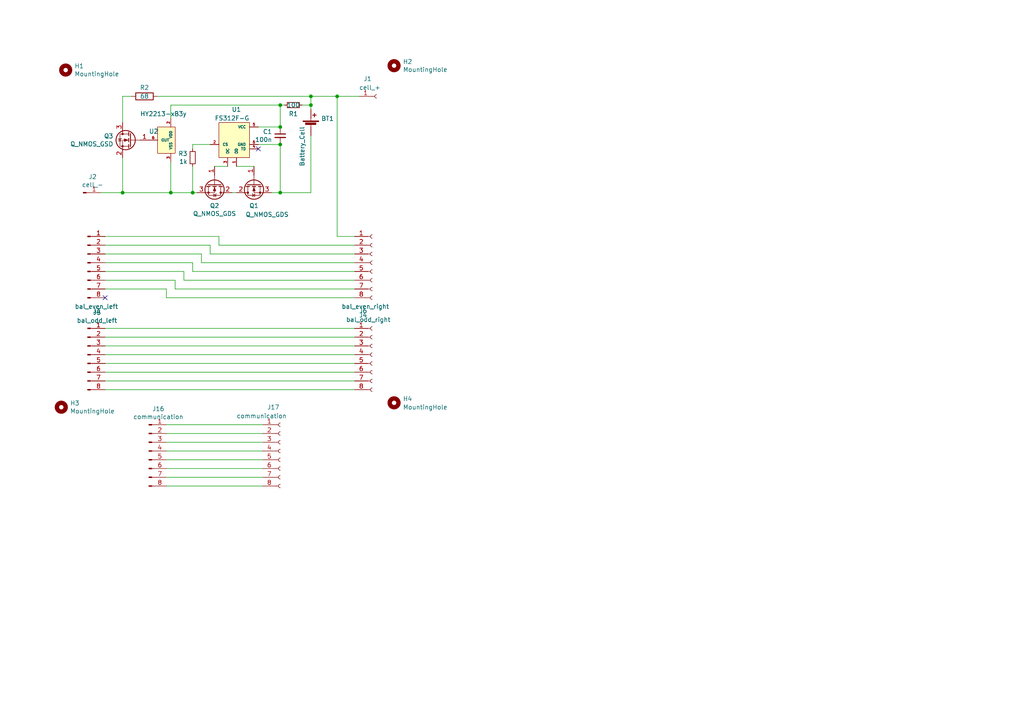
<source format=kicad_sch>
(kicad_sch (version 20230121) (generator eeschema)
  (paper "A4")
  (lib_symbols
    (symbol "Connector:Conn_01x01_Pin" (pin_names (offset 1.016) hide)
      (property "Reference" "J" (at 0 2.54 0))
      (property "Value" "Conn_01x01_Pin" (at 0 -2.54 0))
      (symbol "Conn_01x01_Pin_1_1"
        (polyline (pts (xy 1.27 0) (xy 0.8636 0)) (stroke (width 0.1524)))
        (rectangle (start 0.8636 0.127) (end 0 -0.127) (stroke (width 0.1524)) (fill (type outline)))
        (pin passive line (at 5.08 0 180) (length 3.81) (name "Pin_1") (number "1"))
      )
    )
    (symbol "Connector:Conn_01x01_Socket" (pin_names (offset 1.016) hide)
      (property "Reference" "J" (at 0 2.54 0))
      (property "Value" "Conn_01x01_Socket" (at 0 -2.54 0))
      (symbol "Conn_01x01_Socket_1_1"
        (polyline (pts (xy -1.27 0) (xy -0.508 0)) (stroke (width 0.1524)))
        (arc (start 0 0.508) (mid -0.5058 0) (end 0 -0.508) (stroke (width 0.1524)))
        (pin passive line (at -5.08 0 0) (length 3.81) (name "Pin_1") (number "1"))
      )
    )
    (symbol "Connector:Conn_01x08_Pin" (pin_names (offset 1.016) hide)
      (property "Reference" "J" (at 0 10.16 0))
      (property "Value" "Conn_01x08_Pin" (at 0 -12.7 0))
      (symbol "Conn_01x08_Pin_1_1"
        (polyline (pts (xy 1.27 -10.16) (xy 0.8636 -10.16)) (stroke (width 0.1524)))
        (polyline (pts (xy 1.27 -7.62) (xy 0.8636 -7.62)) (stroke (width 0.1524)))
        (polyline (pts (xy 1.27 -5.08) (xy 0.8636 -5.08)) (stroke (width 0.1524)))
        (polyline (pts (xy 1.27 -2.54) (xy 0.8636 -2.54)) (stroke (width 0.1524)))
        (polyline (pts (xy 1.27 0) (xy 0.8636 0)) (stroke (width 0.1524)))
        (polyline (pts (xy 1.27 2.54) (xy 0.8636 2.54)) (stroke (width 0.1524)))
        (polyline (pts (xy 1.27 5.08) (xy 0.8636 5.08)) (stroke (width 0.1524)))
        (polyline (pts (xy 1.27 7.62) (xy 0.8636 7.62)) (stroke (width 0.1524)))
        (rectangle (start 0.8636 -10.033) (end 0 -10.287) (stroke (width 0.1524)) (fill (type outline)))
        (rectangle (start 0.8636 -7.493) (end 0 -7.747) (stroke (width 0.1524)) (fill (type outline)))
        (rectangle (start 0.8636 -4.953) (end 0 -5.207) (stroke (width 0.1524)) (fill (type outline)))
        (rectangle (start 0.8636 -2.413) (end 0 -2.667) (stroke (width 0.1524)) (fill (type outline)))
        (rectangle (start 0.8636 0.127) (end 0 -0.127) (stroke (width 0.1524)) (fill (type outline)))
        (rectangle (start 0.8636 2.667) (end 0 2.413) (stroke (width 0.1524)) (fill (type outline)))
        (rectangle (start 0.8636 5.207) (end 0 4.953) (stroke (width 0.1524)) (fill (type outline)))
        (rectangle (start 0.8636 7.747) (end 0 7.493) (stroke (width 0.1524)) (fill (type outline)))
        (pin passive line (at 5.08 7.62 180) (length 3.81) (name "Pin_1") (number "1"))
        (pin passive line (at 5.08 5.08 180) (length 3.81) (name "Pin_2") (number "2"))
        (pin passive line (at 5.08 2.54 180) (length 3.81) (name "Pin_3") (number "3"))
        (pin passive line (at 5.08 0 180) (length 3.81) (name "Pin_4") (number "4"))
        (pin passive line (at 5.08 -2.54 180) (length 3.81) (name "Pin_5") (number "5"))
        (pin passive line (at 5.08 -5.08 180) (length 3.81) (name "Pin_6") (number "6"))
        (pin passive line (at 5.08 -7.62 180) (length 3.81) (name "Pin_7") (number "7"))
        (pin passive line (at 5.08 -10.16 180) (length 3.81) (name "Pin_8") (number "8"))
      )
    )
    (symbol "Connector:Conn_01x08_Socket" (pin_names (offset 1.016) hide)
      (property "Reference" "J" (at 0 10.16 0))
      (property "Value" "Conn_01x08_Socket" (at 0 -12.7 0))
      (symbol "Conn_01x08_Socket_1_1"
        (arc (start 0 -9.652) (mid -0.5058 -10.16) (end 0 -10.668) (stroke (width 0.1524)))
        (arc (start 0 -7.112) (mid -0.5058 -7.62) (end 0 -8.128) (stroke (width 0.1524)))
        (arc (start 0 -4.572) (mid -0.5058 -5.08) (end 0 -5.588) (stroke (width 0.1524)))
        (arc (start 0 -2.032) (mid -0.5058 -2.54) (end 0 -3.048) (stroke (width 0.1524)))
        (polyline (pts (xy -1.27 -10.16) (xy -0.508 -10.16)) (stroke (width 0.1524)))
        (polyline (pts (xy -1.27 -7.62) (xy -0.508 -7.62)) (stroke (width 0.1524)))
        (polyline (pts (xy -1.27 -5.08) (xy -0.508 -5.08)) (stroke (width 0.1524)))
        (polyline (pts (xy -1.27 -2.54) (xy -0.508 -2.54)) (stroke (width 0.1524)))
        (polyline (pts (xy -1.27 0) (xy -0.508 0)) (stroke (width 0.1524)))
        (polyline (pts (xy -1.27 2.54) (xy -0.508 2.54)) (stroke (width 0.1524)))
        (polyline (pts (xy -1.27 5.08) (xy -0.508 5.08)) (stroke (width 0.1524)))
        (polyline (pts (xy -1.27 7.62) (xy -0.508 7.62)) (stroke (width 0.1524)))
        (arc (start 0 0.508) (mid -0.5058 0) (end 0 -0.508) (stroke (width 0.1524)))
        (arc (start 0 3.048) (mid -0.5058 2.54) (end 0 2.032) (stroke (width 0.1524)))
        (arc (start 0 5.588) (mid -0.5058 5.08) (end 0 4.572) (stroke (width 0.1524)))
        (arc (start 0 8.128) (mid -0.5058 7.62) (end 0 7.112) (stroke (width 0.1524)))
        (pin passive line (at -5.08 7.62 0) (length 3.81) (name "Pin_1") (number "1"))
        (pin passive line (at -5.08 5.08 0) (length 3.81) (name "Pin_2") (number "2"))
        (pin passive line (at -5.08 2.54 0) (length 3.81) (name "Pin_3") (number "3"))
        (pin passive line (at -5.08 0 0) (length 3.81) (name "Pin_4") (number "4"))
        (pin passive line (at -5.08 -2.54 0) (length 3.81) (name "Pin_5") (number "5"))
        (pin passive line (at -5.08 -5.08 0) (length 3.81) (name "Pin_6") (number "6"))
        (pin passive line (at -5.08 -7.62 0) (length 3.81) (name "Pin_7") (number "7"))
        (pin passive line (at -5.08 -10.16 0) (length 3.81) (name "Pin_8") (number "8"))
      )
    )
    (symbol "Device:Battery_Cell" (pin_numbers hide) (pin_names (offset 0) hide)
      (property "Reference" "BT" (at 2.54 2.54 0))
      (property "Value" "Battery_Cell" (at 2.54 0 0))
      (symbol "Battery_Cell_0_1"
        (rectangle (start -2.286 1.778) (end 2.286 1.524) (fill (type outline)))
        (rectangle (start -1.5748 1.1938) (end 1.4732 0.6858) (fill (type outline)))
        (polyline (pts (xy 0 0.762) (xy 0 0)))
        (polyline (pts (xy 0 1.778) (xy 0 2.54)))
        (polyline (pts (xy 0.508 3.429) (xy 1.524 3.429)) (stroke (width 0.254)))
        (polyline (pts (xy 1.016 3.937) (xy 1.016 2.921)) (stroke (width 0.254)))
      )
      (symbol "Battery_Cell_1_1"
        (pin passive line (at 0 5.08 270) (length 2.54) (name "+") (number "1"))
        (pin passive line (at 0 -2.54 90) (length 2.54) (name "-") (number "2"))
      )
    )
    (symbol "Device:C_Small" (pin_numbers hide) (pin_names (offset 0.254) hide)
      (property "Reference" "C" (at 0.254 1.778 0))
      (property "Value" "C_Small" (at 0.254 -2.032 0))
      (symbol "C_Small_0_1"
        (polyline (pts (xy -1.524 -0.508) (xy 1.524 -0.508)) (stroke (width 0.3302)))
        (polyline (pts (xy -1.524 0.508) (xy 1.524 0.508)) (stroke (width 0.3048)))
      )
      (symbol "C_Small_1_1"
        (pin passive line (at 0 2.54 270) (length 2.032) (name "~") (number "1"))
        (pin passive line (at 0 -2.54 90) (length 2.032) (name "~") (number "2"))
      )
    )
    (symbol "Device:Q_NMOS_GDS" (pin_names (offset 0) hide)
      (property "Reference" "Q" (at 5.08 1.27 0))
      (property "Value" "Q_NMOS_GDS" (at 5.08 -1.27 0))
      (symbol "Q_NMOS_GDS_0_1"
        (polyline (pts (xy 0.254 0) (xy -2.54 0)))
        (polyline (pts (xy 0.254 1.905) (xy 0.254 -1.905)) (stroke (width 0.254)))
        (polyline (pts (xy 0.762 -1.27) (xy 0.762 -2.286)) (stroke (width 0.254)))
        (polyline (pts (xy 0.762 0.508) (xy 0.762 -0.508)) (stroke (width 0.254)))
        (polyline (pts (xy 0.762 2.286) (xy 0.762 1.27)) (stroke (width 0.254)))
        (polyline (pts (xy 2.54 2.54) (xy 2.54 1.778)))
        (polyline (pts (xy 2.54 -2.54) (xy 2.54 0) (xy 0.762 0)))
        (polyline (pts (xy 0.762 -1.778) (xy 3.302 -1.778) (xy 3.302 1.778) (xy 0.762 1.778)))
        (polyline (pts (xy 1.016 0) (xy 2.032 0.381) (xy 2.032 -0.381) (xy 1.016 0)) (fill (type outline)))
        (polyline (pts (xy 2.794 0.508) (xy 2.921 0.381) (xy 3.683 0.381) (xy 3.81 0.254)))
        (polyline (pts (xy 3.302 0.381) (xy 2.921 -0.254) (xy 3.683 -0.254) (xy 3.302 0.381)))
        (circle (center 1.651 0) (radius 2.794) (stroke (width 0.254)))
        (circle (center 2.54 -1.778) (radius 0.254) (fill (type outline)))
        (circle (center 2.54 1.778) (radius 0.254) (fill (type outline)))
      )
      (symbol "Q_NMOS_GDS_1_1"
        (pin input line (at -5.08 0 0) (length 2.54) (name "G") (number "1"))
        (pin passive line (at 2.54 5.08 270) (length 2.54) (name "D") (number "2"))
        (pin passive line (at 2.54 -5.08 90) (length 2.54) (name "S") (number "3"))
      )
    )
    (symbol "Device:Q_NMOS_GSD" (pin_names (offset 0) hide)
      (property "Reference" "Q" (at 5.08 1.27 0))
      (property "Value" "Q_NMOS_GSD" (at 5.08 -1.27 0))
      (symbol "Q_NMOS_GSD_0_1"
        (polyline (pts (xy 0.254 0) (xy -2.54 0)))
        (polyline (pts (xy 0.254 1.905) (xy 0.254 -1.905)) (stroke (width 0.254)))
        (polyline (pts (xy 0.762 -1.27) (xy 0.762 -2.286)) (stroke (width 0.254)))
        (polyline (pts (xy 0.762 0.508) (xy 0.762 -0.508)) (stroke (width 0.254)))
        (polyline (pts (xy 0.762 2.286) (xy 0.762 1.27)) (stroke (width 0.254)))
        (polyline (pts (xy 2.54 2.54) (xy 2.54 1.778)))
        (polyline (pts (xy 2.54 -2.54) (xy 2.54 0) (xy 0.762 0)))
        (polyline (pts (xy 0.762 -1.778) (xy 3.302 -1.778) (xy 3.302 1.778) (xy 0.762 1.778)))
        (polyline (pts (xy 1.016 0) (xy 2.032 0.381) (xy 2.032 -0.381) (xy 1.016 0)) (fill (type outline)))
        (polyline (pts (xy 2.794 0.508) (xy 2.921 0.381) (xy 3.683 0.381) (xy 3.81 0.254)))
        (polyline (pts (xy 3.302 0.381) (xy 2.921 -0.254) (xy 3.683 -0.254) (xy 3.302 0.381)))
        (circle (center 1.651 0) (radius 2.794) (stroke (width 0.254)))
        (circle (center 2.54 -1.778) (radius 0.254) (fill (type outline)))
        (circle (center 2.54 1.778) (radius 0.254) (fill (type outline)))
      )
      (symbol "Q_NMOS_GSD_1_1"
        (pin input line (at -5.08 0 0) (length 2.54) (name "G") (number "1"))
        (pin passive line (at 2.54 -5.08 90) (length 2.54) (name "S") (number "2"))
        (pin passive line (at 2.54 5.08 270) (length 2.54) (name "D") (number "3"))
      )
    )
    (symbol "Device:R" (pin_numbers hide) (pin_names (offset 0))
      (property "Reference" "R" (at 2.032 0 90))
      (property "Value" "R" (at 0 0 90))
      (symbol "R_0_1"
        (rectangle (start -1.016 -2.54) (end 1.016 2.54) (stroke (width 0.254)))
      )
      (symbol "R_1_1"
        (pin passive line (at 0 3.81 270) (length 1.27) (name "~") (number "1"))
        (pin passive line (at 0 -3.81 90) (length 1.27) (name "~") (number "2"))
      )
    )
    (symbol "Device:R_Small" (pin_numbers hide) (pin_names (offset 0.254) hide)
      (property "Reference" "R" (at 0.762 0.508 0))
      (property "Value" "R_Small" (at 0.762 -1.016 0))
      (symbol "R_Small_0_1"
        (rectangle (start -0.762 1.778) (end 0.762 -1.778) (stroke (width 0.2032)))
      )
      (symbol "R_Small_1_1"
        (pin passive line (at 0 2.54 270) (length 0.762) (name "~") (number "1"))
        (pin passive line (at 0 -2.54 90) (length 0.762) (name "~") (number "2"))
      )
    )
    (symbol "Mechanical:MountingHole" (pin_names (offset 1.016))
      (property "Reference" "H" (at 0 5.08 0))
      (property "Value" "MountingHole" (at 0 3.175 0))
      (symbol "MountingHole_0_1"
        (circle (center 0 0) (radius 1.27) (stroke (width 1.27)))
      )
    )
    (symbol "telec:FS312F-G" (pin_names (offset 1.016))
      (property "Reference" "U" (at 0 2.54 0))
      (property "Value" "FS312F-G" (at -1.27 -2.54 0))
      (symbol "FS312F-G_0_0"
        (pin output line (at -1.27 -11.43 90) (length 2.54) (name "OD") (number "1"))
        (pin input line (at 6.35 -5.08 180) (length 2.54) (name "CS") (number "2"))
        (pin output line (at 1.27 -11.43 90) (length 2.54) (name "OC") (number "3"))
        (pin input line (at -7.62 -6.35 0) (length 2.54) (name "TD") (number "4"))
        (pin power_in line (at -7.62 0 0) (length 2.54) (name "VCC") (number "5"))
        (pin power_in line (at -7.62 -5.08 0) (length 2.54) (name "GND") (number "6"))
      )
      (symbol "FS312F-G_0_1"
        (rectangle (start -5.08 1.27) (end 3.81 -8.89) (fill (type background)))
      )
    )
    (symbol "telec:HY2213-xB3y" (pin_names (offset 1.016))
      (property "Reference" "U" (at 5.08 1.27 0))
      (property "Value" "HY2213-xB3y" (at 7.62 3.81 0))
      (symbol "HY2213-xB3y_0_1"
        (rectangle (start -1.27 2.54) (end 3.81 -5.08) (fill (type background)))
      )
      (symbol "HY2213-xB3y_1_1"
        (pin no_connect line (at 10.16 -6.35 180) (length 2.54) hide (name "NC") (number "1"))
        (pin power_in line (at 0 5.08 270) (length 2.54) (name "VDD") (number "2"))
        (pin power_in line (at 0 -7.62 90) (length 2.54) (name "VSS") (number "3"))
        (pin no_connect line (at 10.16 -8.89 180) (length 2.54) hide (name "NC") (number "4"))
        (pin no_connect line (at 10.16 -11.43 180) (length 2.54) hide (name "NC") (number "5"))
        (pin output line (at 6.35 -1.27 180) (length 2.54) (name "OUT") (number "6"))
      )
    )
  )
  (junction (at 81.28 41.91))
  (junction (at 90.17 30.48))
  (junction (at 81.28 30.48))
  (junction (at 97.79 27.94))
  (junction (at 35.56 55.88))
  (junction (at 55.88 55.88))
  (junction (at 81.28 55.88))
  (junction (at 81.28 36.83))
  (junction (at 90.17 27.94))
  (junction (at 49.53 55.88))
  (no_connect (at 74.93 43.18))
  (no_connect (at 30.48 86.36))
  (wire (pts (xy 102.87 95.25) (xy 30.48 95.25)))
  (wire (pts (xy 55.88 55.88) (xy 55.88 48.26)))
  (wire (pts (xy 30.48 100.33) (xy 102.87 100.33)))
  (wire (pts (xy 38.1 27.94) (xy 35.56 27.94)))
  (wire (pts (xy 30.48 81.28) (xy 50.8 81.28)))
  (wire (pts (xy 78.74 55.88) (xy 81.28 55.88)))
  (wire (pts (xy 49.53 55.88) (xy 55.88 55.88)))
  (wire (pts (xy 30.48 107.95) (xy 102.87 107.95)))
  (wire (pts (xy 35.56 45.72) (xy 35.56 55.88)))
  (wire (pts (xy 49.53 30.48) (xy 49.53 34.29)))
  (wire (pts (xy 50.8 83.82) (xy 102.87 83.82)))
  (wire (pts (xy 55.88 76.2) (xy 55.88 78.74)))
  (wire (pts (xy 53.34 78.74) (xy 53.34 81.28)))
  (wire (pts (xy 35.56 55.88) (xy 49.53 55.88)))
  (wire (pts (xy 66.04 48.26) (xy 62.23 48.26)))
  (wire (pts (xy 30.48 78.74) (xy 53.34 78.74)))
  (wire (pts (xy 58.42 73.66) (xy 58.42 76.2)))
  (wire (pts (xy 30.48 102.87) (xy 102.87 102.87)))
  (wire (pts (xy 57.15 55.88) (xy 55.88 55.88)))
  (wire (pts (xy 63.5 68.58) (xy 63.5 71.12)))
  (wire (pts (xy 30.48 97.79) (xy 102.87 97.79)))
  (wire (pts (xy 63.5 71.12) (xy 102.87 71.12)))
  (wire (pts (xy 82.55 30.48) (xy 81.28 30.48)))
  (wire (pts (xy 30.48 76.2) (xy 55.88 76.2)))
  (wire (pts (xy 53.34 81.28) (xy 102.87 81.28)))
  (wire (pts (xy 76.2 125.73) (xy 48.26 125.73)))
  (wire (pts (xy 48.26 138.43) (xy 76.2 138.43)))
  (wire (pts (xy 30.48 73.66) (xy 58.42 73.66)))
  (wire (pts (xy 90.17 31.75) (xy 90.17 30.48)))
  (wire (pts (xy 30.48 110.49) (xy 102.87 110.49)))
  (wire (pts (xy 60.96 73.66) (xy 102.87 73.66)))
  (wire (pts (xy 48.26 123.19) (xy 76.2 123.19)))
  (wire (pts (xy 74.93 36.83) (xy 81.28 36.83)))
  (wire (pts (xy 45.72 27.94) (xy 90.17 27.94)))
  (wire (pts (xy 102.87 68.58) (xy 97.79 68.58)))
  (wire (pts (xy 90.17 30.48) (xy 90.17 27.94)))
  (wire (pts (xy 68.58 55.88) (xy 67.31 55.88)))
  (wire (pts (xy 90.17 27.94) (xy 97.79 27.94)))
  (wire (pts (xy 35.56 27.94) (xy 35.56 35.56)))
  (wire (pts (xy 97.79 27.94) (xy 104.14 27.94)))
  (wire (pts (xy 90.17 30.48) (xy 87.63 30.48)))
  (wire (pts (xy 49.53 46.99) (xy 49.53 55.88)))
  (wire (pts (xy 90.17 39.37) (xy 90.17 55.88)))
  (wire (pts (xy 74.93 41.91) (xy 81.28 41.91)))
  (wire (pts (xy 30.48 68.58) (xy 63.5 68.58)))
  (wire (pts (xy 76.2 135.89) (xy 48.26 135.89)))
  (wire (pts (xy 58.42 76.2) (xy 102.87 76.2)))
  (wire (pts (xy 68.58 48.26) (xy 73.66 48.26)))
  (wire (pts (xy 81.28 30.48) (xy 49.53 30.48)))
  (wire (pts (xy 50.8 81.28) (xy 50.8 83.82)))
  (wire (pts (xy 29.21 55.88) (xy 35.56 55.88)))
  (wire (pts (xy 81.28 41.91) (xy 81.28 55.88)))
  (wire (pts (xy 48.26 83.82) (xy 48.26 86.36)))
  (wire (pts (xy 55.88 78.74) (xy 102.87 78.74)))
  (wire (pts (xy 48.26 133.35) (xy 76.2 133.35)))
  (wire (pts (xy 48.26 128.27) (xy 76.2 128.27)))
  (wire (pts (xy 30.48 113.03) (xy 102.87 113.03)))
  (wire (pts (xy 30.48 71.12) (xy 60.96 71.12)))
  (wire (pts (xy 76.2 130.81) (xy 48.26 130.81)))
  (wire (pts (xy 30.48 105.41) (xy 102.87 105.41)))
  (wire (pts (xy 60.96 41.91) (xy 55.88 41.91)))
  (wire (pts (xy 76.2 140.97) (xy 48.26 140.97)))
  (wire (pts (xy 55.88 41.91) (xy 55.88 43.18)))
  (wire (pts (xy 60.96 71.12) (xy 60.96 73.66)))
  (wire (pts (xy 48.26 86.36) (xy 102.87 86.36)))
  (wire (pts (xy 81.28 36.83) (xy 81.28 30.48)))
  (wire (pts (xy 81.28 55.88) (xy 90.17 55.88)))
  (wire (pts (xy 30.48 83.82) (xy 48.26 83.82)))
  (wire (pts (xy 97.79 68.58) (xy 97.79 27.94)))
  (symbol (lib_id "Device:Battery_Cell") (at 90.17 36.83 0) (unit 1)
    (property "Reference" "BT1" (at 93.1672 34.3916 0) (effects (justify left)))
    (property "Value" "Battery_Cell" (at 87.63 48.26 90) (effects (justify left)))
    (property "Footprint" "telec:Cell_18650" (effects hide))
  )
  (symbol (lib_id "telec:HY2213-xB3y") (at 49.53 39.37 0) (mirror y) (unit 1)
    (property "Reference" "U2" (at 43.18 38.1 0) (effects (justify right)))
    (property "Value" "HY2213-xB3y" (at 40.64 33.02 0) (effects (justify right)))
    (property "Footprint" "Package_TO_SOT_SMD:SOT-23-6" (effects hide))
    (property "Datasheet" "https://datasheet.lcsc.com/szlcsc/HYCON-Tech-HY2213-BB3A_C113632.pdf" (effects hide))
  )
  (symbol (lib_id "telec:FS312F-G") (at 67.31 36.83 0) (mirror y) (unit 1)
    (property "Reference" "U1" (at 68.58 31.75 0))
    (property "Value" "FS312F-G" (at 67.31 34.29 0))
    (property "Footprint" "Package_TO_SOT_SMD:SOT-23-6" (effects hide))
    (property "Datasheet" "https://datasheet.lcsc.com/lcsc/1811151452_Fortune-Semicon-FS312F-G_C82736.pdf" (effects hide))
  )
  (symbol (lib_id "Device:R_Small") (at 85.09 30.48 90) (mirror x) (unit 1)
    (property "Reference" "R1" (at 85.09 33.02 90))
    (property "Value" "100" (at 85.09 30.48 90))
    (property "Footprint" "Resistor_SMD:R_0603_1608Metric" (effects hide))
  )
  (symbol (lib_id "Device:C_Small") (at 81.28 39.37 0) (mirror y) (unit 1)
    (property "Reference" "C1" (at 78.9432 38.2016 0) (effects (justify left)))
    (property "Value" "100n" (at 78.9432 40.513 0) (effects (justify left)))
    (property "Footprint" "Capacitor_SMD:C_0603_1608Metric" (effects hide))
  )
  (symbol (lib_id "Mechanical:MountingHole") (at 17.78 118.11 0) (unit 1)
    (property "Reference" "H3" (at 20.32 116.9416 0) (effects (justify left)))
    (property "Value" "MountingHole" (at 20.32 119.253 0) (effects (justify left)))
    (property "Footprint" "MountingHole:MountingHole_2mm" (effects hide))
  )
  (symbol (lib_id "Mechanical:MountingHole") (at 114.3 116.84 0) (unit 1)
    (property "Reference" "H4" (at 116.84 115.6716 0) (effects (justify left)))
    (property "Value" "MountingHole" (at 116.84 118.11 0) (effects (justify left)))
    (property "Footprint" "MountingHole:MountingHole_2mm" (effects hide))
  )
  (symbol (lib_id "Device:R_Small") (at 55.88 45.72 0) (mirror x) (unit 1)
    (property "Reference" "R3" (at 54.4068 44.5516 0) (effects (justify right)))
    (property "Value" "1k" (at 54.4068 46.863 0) (effects (justify right)))
    (property "Footprint" "Resistor_SMD:R_0603_1608Metric" (effects hide))
  )
  (symbol (lib_id "Connector:Conn_01x08_Pin") (at 43.18 130.81 0) (unit 1)
    (property "Reference" "J16" (at 45.9232 118.5926 0))
    (property "Value" "communication" (at 45.9232 120.904 0))
    (property "Footprint" "telec:DualSide_2x05_P1.27mm_Vertical_SMD" (effects hide))
  )
  (symbol (lib_id "Device:Q_NMOS_GDS") (at 62.23 53.34 270) (unit 1)
    (property "Reference" "Q2" (at 62.23 59.6646 90))
    (property "Value" "Q_NMOS_GDS" (at 62.23 61.976 90))
    (property "Footprint" "Package_TO_SOT_SMD:TO-252-2" (effects hide))
  )
  (symbol (lib_id "Device:Q_NMOS_GDS") (at 73.66 53.34 90) (mirror x) (unit 1)
    (property "Reference" "Q1" (at 73.66 59.6646 90))
    (property "Value" "Q_NMOS_GDS" (at 77.47 62.23 90))
    (property "Footprint" "Package_TO_SOT_SMD:TO-252-2" (effects hide))
  )
  (symbol (lib_id "Device:Q_NMOS_GSD") (at 38.1 40.64 0) (mirror y) (unit 1)
    (property "Reference" "Q3" (at 32.893 39.4716 0) (effects (justify left)))
    (property "Value" "Q_NMOS_GSD" (at 32.893 41.783 0) (effects (justify left)))
    (property "Footprint" "Package_TO_SOT_SMD:SOT-23" (effects hide))
  )
  (symbol (lib_id "Connector:Conn_01x08_Socket") (at 81.28 130.81 0) (unit 1)
    (property "Reference" "J17" (at 77.47 118.11 0) (effects (justify left)))
    (property "Value" "communication" (at 68.58 120.65 0) (effects (justify left)))
    (property "Footprint" "telec:DualSide_2x05_P1.27mm_Vertical_SMD" (effects hide))
  )
  (symbol (lib_id "Device:R") (at 41.91 27.94 270) (unit 1)
    (property "Reference" "R2" (at 41.91 25.4 90))
    (property "Value" "68" (at 41.91 27.94 90))
    (property "Footprint" "Resistor_SMD:R_1206_3216Metric" (effects hide))
  )
  (symbol (lib_id "Connector:Conn_01x08_Socket") (at 107.95 76.2 0) (unit 1)
    (property "Reference" "J4" (at 104.14 91.44 0) (effects (justify left)))
    (property "Value" "bal_even_right" (at 99.06 88.9 0) (effects (justify left)))
    (property "Footprint" "telec:Castellated_1x08_P2.54mm" (effects hide))
  )
  (symbol (lib_id "Connector:Conn_01x08_Pin") (at 25.4 76.2 0) (unit 1)
    (property "Reference" "J3" (at 29.21 90.17 0) (effects (justify right)))
    (property "Value" "bal_even_left" (at 34.29 88.9 0) (effects (justify right)))
    (property "Footprint" "telec:Castellated_1x08_P2.54mm" (effects hide))
  )
  (symbol (lib_id "Connector:Conn_01x08_Socket") (at 107.95 102.87 0) (unit 1)
    (property "Reference" "J6" (at 104.14 90.17 0) (effects (justify left)))
    (property "Value" "bal_odd_right" (at 100.33 92.71 0) (effects (justify left)))
    (property "Footprint" "telec:Castellated_1x08_P2.54mm" (effects hide))
  )
  (symbol (lib_id "Connector:Conn_01x08_Pin") (at 25.4 102.87 0) (unit 1)
    (property "Reference" "J5" (at 28.1432 90.6526 0))
    (property "Value" "bal_odd_left" (at 28.1432 92.964 0))
    (property "Footprint" "telec:Castellated_1x08_P2.54mm" (effects hide))
  )
  (symbol (lib_id "Connector:Conn_01x01_Socket") (at 109.22 27.94 0) (unit 1)
    (property "Reference" "J1" (at 105.41 22.86 0) (effects (justify left)))
    (property "Value" "cell_+" (at 104.14 25.4 0) (effects (justify left)))
    (property "Footprint" "telec:Castellated_1x01_P5.08mm_Double" (effects hide))
  )
  (symbol (lib_id "Connector:Conn_01x01_Pin") (at 24.13 55.88 0) (unit 1)
    (property "Reference" "J2" (at 26.8732 51.2826 0))
    (property "Value" "cell_-" (at 26.8732 53.594 0))
    (property "Footprint" "telec:Castellated_1x01_P5.08mm_Double" (effects hide))
  )
  (symbol (lib_id "Mechanical:MountingHole") (at 19.05 20.32 0) (unit 1)
    (property "Reference" "H1" (at 21.59 19.1516 0) (effects (justify left)))
    (property "Value" "MountingHole" (at 21.59 21.463 0) (effects (justify left)))
    (property "Footprint" "MountingHole:MountingHole_2mm" (effects hide))
  )
  (symbol (lib_id "Mechanical:MountingHole") (at 114.3 19.05 0) (unit 1)
    (property "Reference" "H2" (at 116.84 17.8816 0) (effects (justify left)))
    (property "Value" "MountingHole" (at 116.84 20.193 0) (effects (justify left)))
    (property "Footprint" "MountingHole:MountingHole_2mm" (effects hide))
  )
)
</source>
